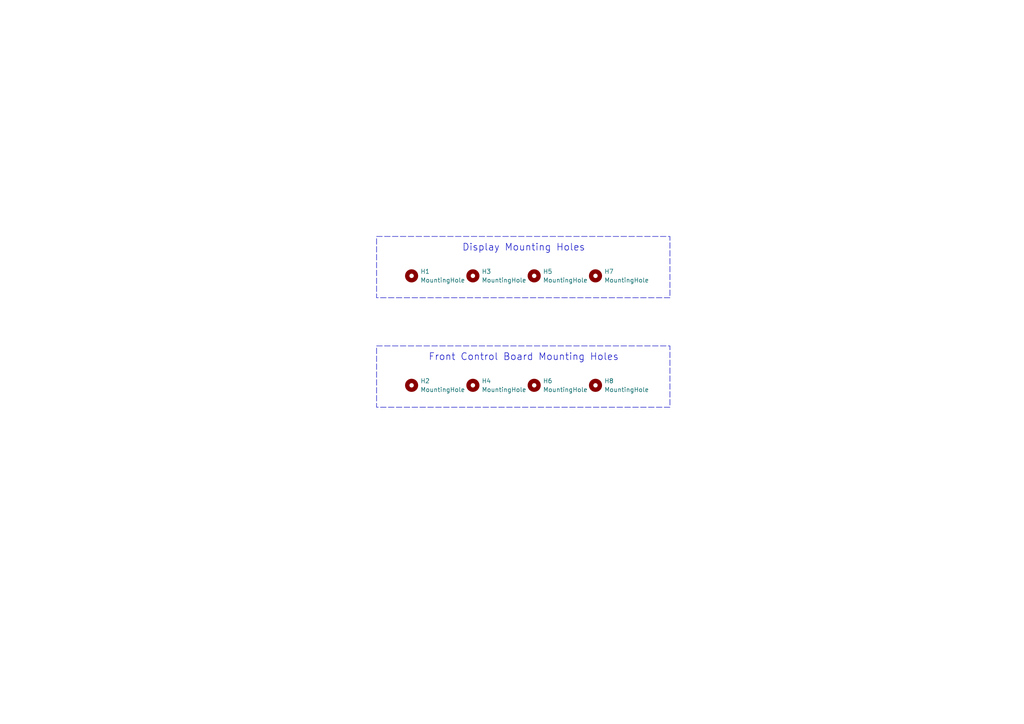
<source format=kicad_sch>
(kicad_sch (version 20231120) (generator "eeschema") (generator_version "8.0")
  (paper "A4")
  (title_block (title "SW32 - Front Panel") (date "2024-05-27") (rev "1") (company "saawsm"))
  (lib_symbols
    (symbol "Mechanical:MountingHole" (pin_names (offset 1.016)) (exclude_from_sim yes) (in_bom no)
      (property "Reference" "H" (at 0 5.08 0))
      (property "Value" "MountingHole" (at 0 3.175 0))
      (symbol "MountingHole_0_1"
        (circle (center 0 0) (radius 1.27) (stroke (width 1.27)))
      )
    )
  )
  (rectangle (start 109.22 100.33) (end 194.31 118.11) (stroke (width 0) (type dash)))
  (rectangle (start 109.22 68.58) (end 194.31 86.36) (stroke (width 0) (type dash)))
  (text "Front Control Board Mounting Holes" (at 151.892 103.632 0) (effects (font (size 2 2))))
  (text "Display Mounting Holes" (at 151.892 71.882 0) (effects (font (size 2 2))))
  (symbol (lib_id "Mechanical:MountingHole") (at 172.72 80.01 0) (unit 1) (exclude_from_sim yes) (in_bom no)
    (property "Reference" "H7" (at 175.26 78.7399 0) (effects (justify left)))
    (property "Value" "MountingHole" (at 175.26 81.2799 0) (effects (justify left)))
    (property "Footprint" "MountingHole:MountingHole_2.2mm_M2" (effects (hide yes)))
    (property "Description" "Mounting Hole without connection" (effects (hide yes)))
  )
  (symbol (lib_id "Mechanical:MountingHole") (at 154.94 80.01 0) (unit 1) (exclude_from_sim yes) (in_bom no)
    (property "Reference" "H5" (at 157.48 78.7399 0) (effects (justify left)))
    (property "Value" "MountingHole" (at 157.48 81.2799 0) (effects (justify left)))
    (property "Footprint" "MountingHole:MountingHole_2.2mm_M2" (effects (hide yes)))
    (property "Description" "Mounting Hole without connection" (effects (hide yes)))
  )
  (symbol (lib_id "Mechanical:MountingHole") (at 137.16 111.76 0) (unit 1) (exclude_from_sim yes) (in_bom no)
    (property "Reference" "H4" (at 139.7 110.4899 0) (effects (justify left)))
    (property "Value" "MountingHole" (at 139.7 113.0299 0) (effects (justify left)))
    (property "Footprint" "MountingHole:MountingHole_2.2mm_M2" (effects (hide yes)))
    (property "Description" "Mounting Hole without connection" (effects (hide yes)))
  )
  (symbol (lib_id "Mechanical:MountingHole") (at 119.38 80.01 0) (unit 1) (exclude_from_sim yes) (in_bom no)
    (property "Reference" "H1" (at 121.92 78.7399 0) (effects (justify left)))
    (property "Value" "MountingHole" (at 121.92 81.2799 0) (effects (justify left)))
    (property "Footprint" "MountingHole:MountingHole_2.2mm_M2" (effects (hide yes)))
    (property "Description" "Mounting Hole without connection" (effects (hide yes)))
  )
  (symbol (lib_id "Mechanical:MountingHole") (at 119.38 111.76 0) (unit 1) (exclude_from_sim yes) (in_bom no)
    (property "Reference" "H2" (at 121.92 110.4899 0) (effects (justify left)))
    (property "Value" "MountingHole" (at 121.92 113.0299 0) (effects (justify left)))
    (property "Footprint" "MountingHole:MountingHole_2.2mm_M2" (effects (hide yes)))
    (property "Description" "Mounting Hole without connection" (effects (hide yes)))
  )
  (symbol (lib_id "Mechanical:MountingHole") (at 172.72 111.76 0) (unit 1) (exclude_from_sim yes) (in_bom no)
    (property "Reference" "H8" (at 175.26 110.4899 0) (effects (justify left)))
    (property "Value" "MountingHole" (at 175.26 113.0299 0) (effects (justify left)))
    (property "Footprint" "MountingHole:MountingHole_2.2mm_M2" (effects (hide yes)))
    (property "Description" "Mounting Hole without connection" (effects (hide yes)))
  )
  (symbol (lib_id "Mechanical:MountingHole") (at 137.16 80.01 0) (unit 1) (exclude_from_sim yes) (in_bom no)
    (property "Reference" "H3" (at 139.7 78.7399 0) (effects (justify left)))
    (property "Value" "MountingHole" (at 139.7 81.2799 0) (effects (justify left)))
    (property "Footprint" "MountingHole:MountingHole_2.2mm_M2" (effects (hide yes)))
    (property "Description" "Mounting Hole without connection" (effects (hide yes)))
  )
  (symbol (lib_id "Mechanical:MountingHole") (at 154.94 111.76 0) (unit 1) (exclude_from_sim yes) (in_bom no)
    (property "Reference" "H6" (at 157.48 110.4899 0) (effects (justify left)))
    (property "Value" "MountingHole" (at 157.48 113.0299 0) (effects (justify left)))
    (property "Footprint" "MountingHole:MountingHole_2.2mm_M2" (effects (hide yes)))
    (property "Description" "Mounting Hole without connection" (effects (hide yes)))
  )
)
</source>
